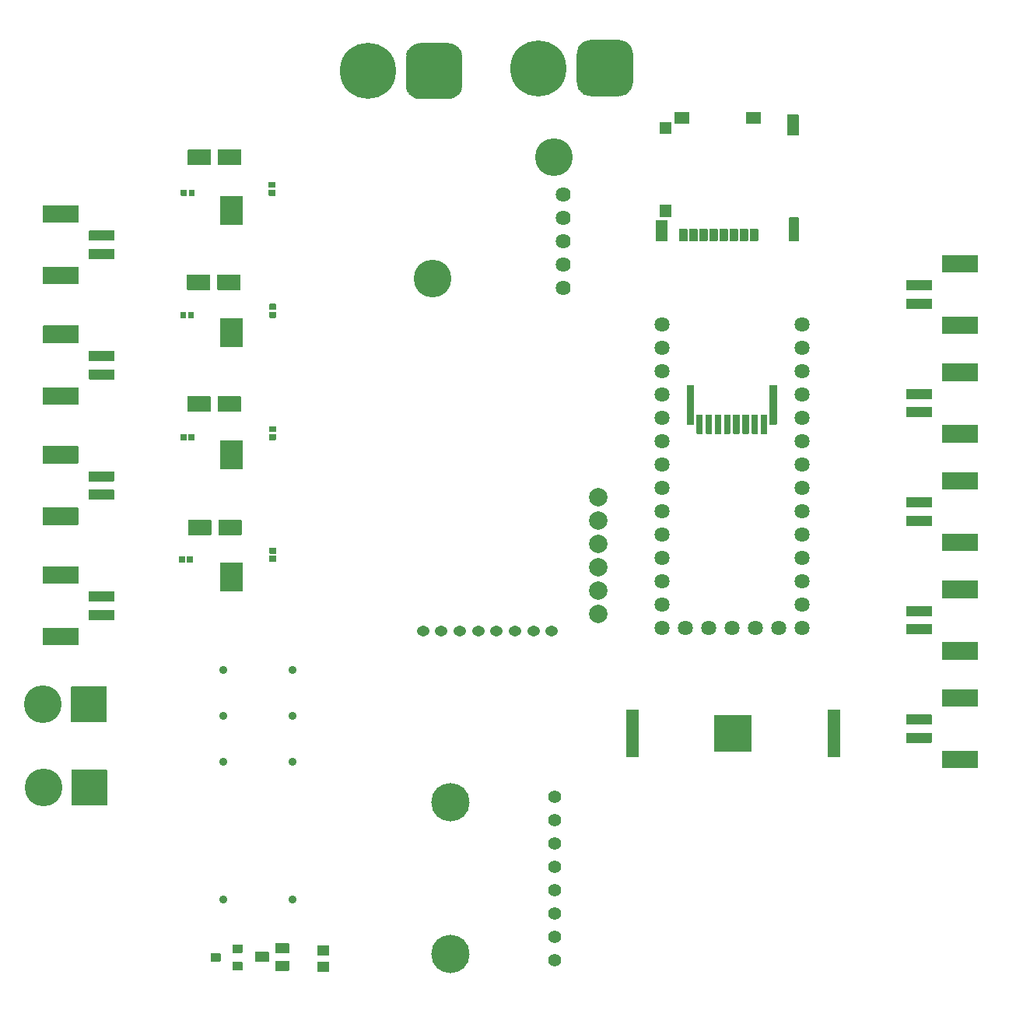
<source format=gbr>
%TF.GenerationSoftware,KiCad,Pcbnew,(5.1.8)-1*%
%TF.CreationDate,2021-01-10T21:03:03-08:00*%
%TF.ProjectId,PJS,504a532e-6b69-4636-9164-5f7063625858,rev?*%
%TF.SameCoordinates,Original*%
%TF.FileFunction,Soldermask,Top*%
%TF.FilePolarity,Negative*%
%FSLAX46Y46*%
G04 Gerber Fmt 4.6, Leading zero omitted, Abs format (unit mm)*
G04 Created by KiCad (PCBNEW (5.1.8)-1) date 2021-01-10 21:03:03*
%MOMM*%
%LPD*%
G01*
G04 APERTURE LIST*
%ADD10C,4.101600*%
%ADD11C,1.625600*%
%ADD12C,1.409600*%
%ADD13C,4.165600*%
%ADD14C,0.901600*%
%ADD15C,6.101600*%
%ADD16O,1.371600X1.101600*%
%ADD17C,2.001600*%
%ADD18C,1.631600*%
%ADD19C,0.100000*%
G04 APERTURE END LIST*
D10*
%TO.C,VR1*%
X124146500Y-73084499D03*
X137346500Y-59884499D03*
D11*
X138366500Y-63944499D03*
X138366500Y-66484499D03*
X138366500Y-69024499D03*
X138366500Y-71564499D03*
X138376500Y-74114499D03*
%TD*%
D12*
%TO.C,A5*%
X137414000Y-142112999D03*
X137414000Y-137032999D03*
X137414000Y-144652999D03*
D13*
X126111000Y-130047999D03*
D12*
X137414000Y-139572999D03*
X137414000Y-147192999D03*
X137414000Y-134492999D03*
X137414000Y-129412999D03*
X137414000Y-131952999D03*
D13*
X126111000Y-146557999D03*
%TD*%
%TO.C,D1*%
G36*
G01*
X103401600Y-146439799D02*
X102401600Y-146439799D01*
G75*
G02*
X102350800Y-146388999I0J50800D01*
G01*
X102350800Y-145588999D01*
G75*
G02*
X102401600Y-145538199I50800J0D01*
G01*
X103401600Y-145538199D01*
G75*
G02*
X103452400Y-145588999I0J-50800D01*
G01*
X103452400Y-146388999D01*
G75*
G02*
X103401600Y-146439799I-50800J0D01*
G01*
G37*
G36*
G01*
X103401600Y-148339799D02*
X102401600Y-148339799D01*
G75*
G02*
X102350800Y-148288999I0J50800D01*
G01*
X102350800Y-147488999D01*
G75*
G02*
X102401600Y-147438199I50800J0D01*
G01*
X103401600Y-147438199D01*
G75*
G02*
X103452400Y-147488999I0J-50800D01*
G01*
X103452400Y-148288999D01*
G75*
G02*
X103401600Y-148339799I-50800J0D01*
G01*
G37*
G36*
G01*
X101001600Y-147389799D02*
X100001600Y-147389799D01*
G75*
G02*
X99950800Y-147338999I0J50800D01*
G01*
X99950800Y-146538999D01*
G75*
G02*
X100001600Y-146488199I50800J0D01*
G01*
X101001600Y-146488199D01*
G75*
G02*
X101052400Y-146538999I0J-50800D01*
G01*
X101052400Y-147338999D01*
G75*
G02*
X101001600Y-147389799I-50800J0D01*
G01*
G37*
%TD*%
%TO.C,XM1*%
G36*
G01*
X152070800Y-55000999D02*
X152070800Y-56150999D01*
G75*
G02*
X152020000Y-56201799I-50800J0D01*
G01*
X150520000Y-56201799D01*
G75*
G02*
X150469200Y-56150999I0J50800D01*
G01*
X150469200Y-55000999D01*
G75*
G02*
X150520000Y-54950199I50800J0D01*
G01*
X152020000Y-54950199D01*
G75*
G02*
X152070800Y-55000999I0J-50800D01*
G01*
G37*
G36*
G01*
X159850800Y-55000999D02*
X159850800Y-56150999D01*
G75*
G02*
X159800000Y-56201799I-50800J0D01*
G01*
X158300000Y-56201799D01*
G75*
G02*
X158249200Y-56150999I0J50800D01*
G01*
X158249200Y-55000999D01*
G75*
G02*
X158300000Y-54950199I50800J0D01*
G01*
X159800000Y-54950199D01*
G75*
G02*
X159850800Y-55000999I0J-50800D01*
G01*
G37*
G36*
G01*
X163980800Y-55270999D02*
X163980800Y-57470999D01*
G75*
G02*
X163930000Y-57521799I-50800J0D01*
G01*
X162780000Y-57521799D01*
G75*
G02*
X162729200Y-57470999I0J50800D01*
G01*
X162729200Y-55270999D01*
G75*
G02*
X162780000Y-55220199I50800J0D01*
G01*
X163930000Y-55220199D01*
G75*
G02*
X163980800Y-55270999I0J-50800D01*
G01*
G37*
G36*
G01*
X150100800Y-56100999D02*
X150100800Y-57300999D01*
G75*
G02*
X150050000Y-57351799I-50800J0D01*
G01*
X148890000Y-57351799D01*
G75*
G02*
X148839200Y-57300999I0J50800D01*
G01*
X148839200Y-56100999D01*
G75*
G02*
X148890000Y-56050199I50800J0D01*
G01*
X150050000Y-56050199D01*
G75*
G02*
X150100800Y-56100999I0J-50800D01*
G01*
G37*
G36*
G01*
X150100800Y-65075999D02*
X150100800Y-66325999D01*
G75*
G02*
X150050000Y-66376799I-50800J0D01*
G01*
X148890000Y-66376799D01*
G75*
G02*
X148839200Y-66325999I0J50800D01*
G01*
X148839200Y-65075999D01*
G75*
G02*
X148890000Y-65025199I50800J0D01*
G01*
X150050000Y-65025199D01*
G75*
G02*
X150100800Y-65075999I0J-50800D01*
G01*
G37*
G36*
G01*
X149690800Y-66750999D02*
X149690800Y-68950999D01*
G75*
G02*
X149640000Y-69001799I-50800J0D01*
G01*
X148490000Y-69001799D01*
G75*
G02*
X148439200Y-68950999I0J50800D01*
G01*
X148439200Y-66750999D01*
G75*
G02*
X148490000Y-66700199I50800J0D01*
G01*
X149640000Y-66700199D01*
G75*
G02*
X149690800Y-66750999I0J-50800D01*
G01*
G37*
G36*
G01*
X163980800Y-66450999D02*
X163980800Y-68950999D01*
G75*
G02*
X163930000Y-69001799I-50800J0D01*
G01*
X162980000Y-69001799D01*
G75*
G02*
X162929200Y-68950999I0J50800D01*
G01*
X162929200Y-66450999D01*
G75*
G02*
X162980000Y-66400199I50800J0D01*
G01*
X163930000Y-66400199D01*
G75*
G02*
X163980800Y-66450999I0J-50800D01*
G01*
G37*
G36*
G01*
X151860800Y-67710999D02*
X151860800Y-68950999D01*
G75*
G02*
X151810000Y-69001799I-50800J0D01*
G01*
X151010000Y-69001799D01*
G75*
G02*
X150959200Y-68950999I0J50800D01*
G01*
X150959200Y-67710999D01*
G75*
G02*
X151010000Y-67660199I50800J0D01*
G01*
X151810000Y-67660199D01*
G75*
G02*
X151860800Y-67710999I0J-50800D01*
G01*
G37*
G36*
G01*
X152960800Y-67710999D02*
X152960800Y-68950999D01*
G75*
G02*
X152910000Y-69001799I-50800J0D01*
G01*
X152110000Y-69001799D01*
G75*
G02*
X152059200Y-68950999I0J50800D01*
G01*
X152059200Y-67710999D01*
G75*
G02*
X152110000Y-67660199I50800J0D01*
G01*
X152910000Y-67660199D01*
G75*
G02*
X152960800Y-67710999I0J-50800D01*
G01*
G37*
G36*
G01*
X154060800Y-67710999D02*
X154060800Y-68950999D01*
G75*
G02*
X154010000Y-69001799I-50800J0D01*
G01*
X153210000Y-69001799D01*
G75*
G02*
X153159200Y-68950999I0J50800D01*
G01*
X153159200Y-67710999D01*
G75*
G02*
X153210000Y-67660199I50800J0D01*
G01*
X154010000Y-67660199D01*
G75*
G02*
X154060800Y-67710999I0J-50800D01*
G01*
G37*
G36*
G01*
X155160800Y-67710999D02*
X155160800Y-68950999D01*
G75*
G02*
X155110000Y-69001799I-50800J0D01*
G01*
X154310000Y-69001799D01*
G75*
G02*
X154259200Y-68950999I0J50800D01*
G01*
X154259200Y-67710999D01*
G75*
G02*
X154310000Y-67660199I50800J0D01*
G01*
X155110000Y-67660199D01*
G75*
G02*
X155160800Y-67710999I0J-50800D01*
G01*
G37*
G36*
G01*
X156260800Y-67710999D02*
X156260800Y-68950999D01*
G75*
G02*
X156210000Y-69001799I-50800J0D01*
G01*
X155410000Y-69001799D01*
G75*
G02*
X155359200Y-68950999I0J50800D01*
G01*
X155359200Y-67710999D01*
G75*
G02*
X155410000Y-67660199I50800J0D01*
G01*
X156210000Y-67660199D01*
G75*
G02*
X156260800Y-67710999I0J-50800D01*
G01*
G37*
G36*
G01*
X157360800Y-67710999D02*
X157360800Y-68950999D01*
G75*
G02*
X157310000Y-69001799I-50800J0D01*
G01*
X156510000Y-69001799D01*
G75*
G02*
X156459200Y-68950999I0J50800D01*
G01*
X156459200Y-67710999D01*
G75*
G02*
X156510000Y-67660199I50800J0D01*
G01*
X157310000Y-67660199D01*
G75*
G02*
X157360800Y-67710999I0J-50800D01*
G01*
G37*
G36*
G01*
X158460800Y-67710999D02*
X158460800Y-68950999D01*
G75*
G02*
X158410000Y-69001799I-50800J0D01*
G01*
X157610000Y-69001799D01*
G75*
G02*
X157559200Y-68950999I0J50800D01*
G01*
X157559200Y-67710999D01*
G75*
G02*
X157610000Y-67660199I50800J0D01*
G01*
X158410000Y-67660199D01*
G75*
G02*
X158460800Y-67710999I0J-50800D01*
G01*
G37*
G36*
G01*
X159560800Y-67710999D02*
X159560800Y-68950999D01*
G75*
G02*
X159510000Y-69001799I-50800J0D01*
G01*
X158710000Y-69001799D01*
G75*
G02*
X158659200Y-68950999I0J50800D01*
G01*
X158659200Y-67710999D01*
G75*
G02*
X158710000Y-67660199I50800J0D01*
G01*
X159510000Y-67660199D01*
G75*
G02*
X159560800Y-67710999I0J-50800D01*
G01*
G37*
%TD*%
D14*
%TO.C,K1*%
X101342500Y-115642999D03*
X101342500Y-120642999D03*
X101342500Y-125642999D03*
X101342500Y-140642999D03*
X108842500Y-115642999D03*
X108842500Y-120642999D03*
X108842500Y-125642999D03*
X108842500Y-140642999D03*
%TD*%
%TO.C,X3*%
G36*
G01*
X145925800Y-48639599D02*
X145925800Y-51690399D01*
G75*
G02*
X144400400Y-53215799I-1525400J0D01*
G01*
X141349600Y-53215799D01*
G75*
G02*
X139824200Y-51690399I0J1525400D01*
G01*
X139824200Y-48639599D01*
G75*
G02*
X141349600Y-47114199I1525400J0D01*
G01*
X144400400Y-47114199D01*
G75*
G02*
X145925800Y-48639599I0J-1525400D01*
G01*
G37*
D15*
X135675000Y-50164999D03*
%TD*%
%TO.C,C3*%
G36*
G01*
X99952800Y-85943999D02*
X99952800Y-87523999D01*
G75*
G02*
X99902000Y-87574799I-50800J0D01*
G01*
X97482000Y-87574799D01*
G75*
G02*
X97431200Y-87523999I0J50800D01*
G01*
X97431200Y-85943999D01*
G75*
G02*
X97482000Y-85893199I50800J0D01*
G01*
X99902000Y-85893199D01*
G75*
G02*
X99952800Y-85943999I0J-50800D01*
G01*
G37*
G36*
G01*
X103252800Y-85943999D02*
X103252800Y-87523999D01*
G75*
G02*
X103202000Y-87574799I-50800J0D01*
G01*
X100782000Y-87574799D01*
G75*
G02*
X100731200Y-87523999I0J50800D01*
G01*
X100731200Y-85943999D01*
G75*
G02*
X100782000Y-85893199I50800J0D01*
G01*
X103202000Y-85893199D01*
G75*
G02*
X103252800Y-85943999I0J-50800D01*
G01*
G37*
%TD*%
%TO.C,A1*%
G36*
G01*
X103485800Y-64108999D02*
X103485800Y-67208999D01*
G75*
G02*
X103435000Y-67259799I-50800J0D01*
G01*
X101035000Y-67259799D01*
G75*
G02*
X100984200Y-67208999I0J50800D01*
G01*
X100984200Y-64108999D01*
G75*
G02*
X101035000Y-64058199I50800J0D01*
G01*
X103435000Y-64058199D01*
G75*
G02*
X103485800Y-64108999I0J-50800D01*
G01*
G37*
%TD*%
%TO.C,A2*%
G36*
G01*
X103485800Y-77401665D02*
X103485800Y-80501665D01*
G75*
G02*
X103435000Y-80552465I-50800J0D01*
G01*
X101035000Y-80552465D01*
G75*
G02*
X100984200Y-80501665I0J50800D01*
G01*
X100984200Y-77401665D01*
G75*
G02*
X101035000Y-77350865I50800J0D01*
G01*
X103435000Y-77350865D01*
G75*
G02*
X103485800Y-77401665I0J-50800D01*
G01*
G37*
%TD*%
%TO.C,A3*%
G36*
G01*
X103485800Y-90694331D02*
X103485800Y-93794331D01*
G75*
G02*
X103435000Y-93845131I-50800J0D01*
G01*
X101035000Y-93845131D01*
G75*
G02*
X100984200Y-93794331I0J50800D01*
G01*
X100984200Y-90694331D01*
G75*
G02*
X101035000Y-90643531I50800J0D01*
G01*
X103435000Y-90643531D01*
G75*
G02*
X103485800Y-90694331I0J-50800D01*
G01*
G37*
%TD*%
%TO.C,A4*%
G36*
G01*
X103485800Y-103986999D02*
X103485800Y-107086999D01*
G75*
G02*
X103435000Y-107137799I-50800J0D01*
G01*
X101035000Y-107137799D01*
G75*
G02*
X100984200Y-107086999I0J50800D01*
G01*
X100984200Y-103986999D01*
G75*
G02*
X101035000Y-103936199I50800J0D01*
G01*
X103435000Y-103936199D01*
G75*
G02*
X103485800Y-103986999I0J-50800D01*
G01*
G37*
%TD*%
D16*
%TO.C,A6*%
X125092600Y-111454999D03*
X129092600Y-111454999D03*
D17*
X142122600Y-96844999D03*
X142122600Y-104464999D03*
D16*
X135092600Y-111454999D03*
X137092600Y-111454999D03*
X133092600Y-111454999D03*
D17*
X142122600Y-107004999D03*
X142122600Y-99384999D03*
X142122600Y-101924999D03*
X142122600Y-109544999D03*
D16*
X123092600Y-111454999D03*
X127092600Y-111454999D03*
X131092600Y-111454999D03*
%TD*%
D10*
%TO.C,X2*%
X81715000Y-119414999D03*
G36*
G01*
X88665800Y-117514999D02*
X88665800Y-121314999D01*
G75*
G02*
X88615000Y-121365799I-50800J0D01*
G01*
X84815000Y-121365799D01*
G75*
G02*
X84764200Y-121314999I0J50800D01*
G01*
X84764200Y-117514999D01*
G75*
G02*
X84815000Y-117464199I50800J0D01*
G01*
X88615000Y-117464199D01*
G75*
G02*
X88665800Y-117514999I0J-50800D01*
G01*
G37*
%TD*%
%TO.C,X1*%
X81765000Y-128464999D03*
G36*
G01*
X88715800Y-126564999D02*
X88715800Y-130364999D01*
G75*
G02*
X88665000Y-130415799I-50800J0D01*
G01*
X84865000Y-130415799D01*
G75*
G02*
X84814200Y-130364999I0J50800D01*
G01*
X84814200Y-126564999D01*
G75*
G02*
X84865000Y-126514199I50800J0D01*
G01*
X88665000Y-126514199D01*
G75*
G02*
X88715800Y-126564999I0J-50800D01*
G01*
G37*
%TD*%
%TO.C,X4*%
G36*
G01*
X127358400Y-48969799D02*
X127358400Y-52020599D01*
G75*
G02*
X125833000Y-53545999I-1525400J0D01*
G01*
X122782200Y-53545999D01*
G75*
G02*
X121256800Y-52020599I0J1525400D01*
G01*
X121256800Y-48969799D01*
G75*
G02*
X122782200Y-47444399I1525400J0D01*
G01*
X125833000Y-47444399D01*
G75*
G02*
X127358400Y-48969799I0J-1525400D01*
G01*
G37*
D15*
X117107600Y-50495199D03*
%TD*%
%TO.C,R5*%
G36*
G01*
X112842599Y-148472397D02*
X111642601Y-148472397D01*
G75*
G02*
X111591801Y-148421597I0J50800D01*
G01*
X111591801Y-147415999D01*
G75*
G02*
X111642601Y-147365199I50800J0D01*
G01*
X112842599Y-147365199D01*
G75*
G02*
X112893399Y-147415999I0J-50800D01*
G01*
X112893399Y-148421597D01*
G75*
G02*
X112842599Y-148472397I-50800J0D01*
G01*
G37*
G36*
G01*
X112842599Y-146766799D02*
X111642601Y-146766799D01*
G75*
G02*
X111591801Y-146715999I0J50800D01*
G01*
X111591801Y-145710401D01*
G75*
G02*
X111642601Y-145659601I50800J0D01*
G01*
X112842599Y-145659601D01*
G75*
G02*
X112893399Y-145710401I0J-50800D01*
G01*
X112893399Y-146715999D01*
G75*
G02*
X112842599Y-146766799I-50800J0D01*
G01*
G37*
%TD*%
%TO.C,BT1*%
G36*
G01*
X168515800Y-120014999D02*
X168515800Y-125094999D01*
G75*
G02*
X168465000Y-125145799I-50800J0D01*
G01*
X167195000Y-125145799D01*
G75*
G02*
X167144200Y-125094999I0J50800D01*
G01*
X167144200Y-120014999D01*
G75*
G02*
X167195000Y-119964199I50800J0D01*
G01*
X168465000Y-119964199D01*
G75*
G02*
X168515800Y-120014999I0J-50800D01*
G01*
G37*
G36*
G01*
X146545800Y-120014999D02*
X146545800Y-125094999D01*
G75*
G02*
X146495000Y-125145799I-50800J0D01*
G01*
X145225000Y-125145799D01*
G75*
G02*
X145174200Y-125094999I0J50800D01*
G01*
X145174200Y-120014999D01*
G75*
G02*
X145225000Y-119964199I50800J0D01*
G01*
X146495000Y-119964199D01*
G75*
G02*
X146545800Y-120014999I0J-50800D01*
G01*
G37*
G36*
G01*
X158875800Y-120574999D02*
X158875800Y-124534999D01*
G75*
G02*
X158825000Y-124585799I-50800J0D01*
G01*
X154865000Y-124585799D01*
G75*
G02*
X154814200Y-124534999I0J50800D01*
G01*
X154814200Y-120574999D01*
G75*
G02*
X154865000Y-120524199I50800J0D01*
G01*
X158825000Y-120524199D01*
G75*
G02*
X158875800Y-120574999I0J-50800D01*
G01*
G37*
%TD*%
D18*
%TO.C,U2*%
X161772600Y-111048799D03*
X159232600Y-111048799D03*
X156692600Y-111048799D03*
X154152600Y-111048799D03*
X151612600Y-111048799D03*
X164312600Y-78028799D03*
X164312600Y-80568799D03*
X164312600Y-83108799D03*
X164312600Y-85648799D03*
X164312600Y-88188799D03*
X164312600Y-90728799D03*
X164312600Y-93268799D03*
X164312600Y-95808799D03*
X164312600Y-98348799D03*
X164312600Y-100888799D03*
X164312600Y-103428799D03*
X164312600Y-105968799D03*
X164312600Y-108508799D03*
X164312600Y-111048799D03*
X149072600Y-78028799D03*
X149072600Y-80568799D03*
X149072600Y-83108799D03*
X149072600Y-85648799D03*
X149072600Y-88188799D03*
X149072600Y-90728799D03*
X149072600Y-93268799D03*
X149072600Y-95808799D03*
X149072600Y-98348799D03*
X149072600Y-100888799D03*
X149072600Y-103428799D03*
X149072600Y-105968799D03*
X149072600Y-108508799D03*
X149072600Y-111048799D03*
%TD*%
%TO.C,Q1*%
G36*
G01*
X108454600Y-146488999D02*
X107054600Y-146488999D01*
G75*
G02*
X107003800Y-146438199I0J50800D01*
G01*
X107003800Y-145438199D01*
G75*
G02*
X107054600Y-145387399I50800J0D01*
G01*
X108454600Y-145387399D01*
G75*
G02*
X108505400Y-145438199I0J-50800D01*
G01*
X108505400Y-146438199D01*
G75*
G02*
X108454600Y-146488999I-50800J0D01*
G01*
G37*
G36*
G01*
X108454600Y-148388999D02*
X107054600Y-148388999D01*
G75*
G02*
X107003800Y-148338199I0J50800D01*
G01*
X107003800Y-147338199D01*
G75*
G02*
X107054600Y-147287399I50800J0D01*
G01*
X108454600Y-147287399D01*
G75*
G02*
X108505400Y-147338199I0J-50800D01*
G01*
X108505400Y-148338199D01*
G75*
G02*
X108454600Y-148388999I-50800J0D01*
G01*
G37*
G36*
G01*
X106254600Y-147438999D02*
X104854600Y-147438999D01*
G75*
G02*
X104803800Y-147388199I0J50800D01*
G01*
X104803800Y-146388199D01*
G75*
G02*
X104854600Y-146337399I50800J0D01*
G01*
X106254600Y-146337399D01*
G75*
G02*
X106305400Y-146388199I0J-50800D01*
G01*
X106305400Y-147388199D01*
G75*
G02*
X106254600Y-147438999I-50800J0D01*
G01*
G37*
%TD*%
%TO.C,C1*%
G36*
G01*
X99985800Y-59084999D02*
X99985800Y-60664999D01*
G75*
G02*
X99935000Y-60715799I-50800J0D01*
G01*
X97515000Y-60715799D01*
G75*
G02*
X97464200Y-60664999I0J50800D01*
G01*
X97464200Y-59084999D01*
G75*
G02*
X97515000Y-59034199I50800J0D01*
G01*
X99935000Y-59034199D01*
G75*
G02*
X99985800Y-59084999I0J-50800D01*
G01*
G37*
G36*
G01*
X103285800Y-59084999D02*
X103285800Y-60664999D01*
G75*
G02*
X103235000Y-60715799I-50800J0D01*
G01*
X100815000Y-60715799D01*
G75*
G02*
X100764200Y-60664999I0J50800D01*
G01*
X100764200Y-59084999D01*
G75*
G02*
X100815000Y-59034199I50800J0D01*
G01*
X103235000Y-59034199D01*
G75*
G02*
X103285800Y-59084999I0J-50800D01*
G01*
G37*
%TD*%
%TO.C,C2*%
G36*
G01*
X103217800Y-72668999D02*
X103217800Y-74248999D01*
G75*
G02*
X103167000Y-74299799I-50800J0D01*
G01*
X100747000Y-74299799D01*
G75*
G02*
X100696200Y-74248999I0J50800D01*
G01*
X100696200Y-72668999D01*
G75*
G02*
X100747000Y-72618199I50800J0D01*
G01*
X103167000Y-72618199D01*
G75*
G02*
X103217800Y-72668999I0J-50800D01*
G01*
G37*
G36*
G01*
X99917800Y-72668999D02*
X99917800Y-74248999D01*
G75*
G02*
X99867000Y-74299799I-50800J0D01*
G01*
X97447000Y-74299799D01*
G75*
G02*
X97396200Y-74248999I0J50800D01*
G01*
X97396200Y-72668999D01*
G75*
G02*
X97447000Y-72618199I50800J0D01*
G01*
X99867000Y-72618199D01*
G75*
G02*
X99917800Y-72668999I0J-50800D01*
G01*
G37*
%TD*%
%TO.C,C4*%
G36*
G01*
X103337800Y-99368999D02*
X103337800Y-100948999D01*
G75*
G02*
X103287000Y-100999799I-50800J0D01*
G01*
X100867000Y-100999799D01*
G75*
G02*
X100816200Y-100948999I0J50800D01*
G01*
X100816200Y-99368999D01*
G75*
G02*
X100867000Y-99318199I50800J0D01*
G01*
X103287000Y-99318199D01*
G75*
G02*
X103337800Y-99368999I0J-50800D01*
G01*
G37*
G36*
G01*
X100037800Y-99368999D02*
X100037800Y-100948999D01*
G75*
G02*
X99987000Y-100999799I-50800J0D01*
G01*
X97567000Y-100999799D01*
G75*
G02*
X97516200Y-100948999I0J50800D01*
G01*
X97516200Y-99368999D01*
G75*
G02*
X97567000Y-99318199I50800J0D01*
G01*
X99987000Y-99318199D01*
G75*
G02*
X100037800Y-99368999I0J-50800D01*
G01*
G37*
%TD*%
%TO.C,C5*%
G36*
G01*
X98228800Y-63440499D02*
X98228800Y-64040499D01*
G75*
G02*
X98178000Y-64091299I-50800J0D01*
G01*
X97638000Y-64091299D01*
G75*
G02*
X97587200Y-64040499I0J50800D01*
G01*
X97587200Y-63440499D01*
G75*
G02*
X97638000Y-63389699I50800J0D01*
G01*
X98178000Y-63389699D01*
G75*
G02*
X98228800Y-63440499I0J-50800D01*
G01*
G37*
G36*
G01*
X97368800Y-63440499D02*
X97368800Y-64040499D01*
G75*
G02*
X97318000Y-64091299I-50800J0D01*
G01*
X96778000Y-64091299D01*
G75*
G02*
X96727200Y-64040499I0J50800D01*
G01*
X96727200Y-63440499D01*
G75*
G02*
X96778000Y-63389699I50800J0D01*
G01*
X97318000Y-63389699D01*
G75*
G02*
X97368800Y-63440499I0J-50800D01*
G01*
G37*
%TD*%
%TO.C,C6*%
G36*
G01*
X97301800Y-76773999D02*
X97301800Y-77373999D01*
G75*
G02*
X97251000Y-77424799I-50800J0D01*
G01*
X96711000Y-77424799D01*
G75*
G02*
X96660200Y-77373999I0J50800D01*
G01*
X96660200Y-76773999D01*
G75*
G02*
X96711000Y-76723199I50800J0D01*
G01*
X97251000Y-76723199D01*
G75*
G02*
X97301800Y-76773999I0J-50800D01*
G01*
G37*
G36*
G01*
X98161800Y-76773999D02*
X98161800Y-77373999D01*
G75*
G02*
X98111000Y-77424799I-50800J0D01*
G01*
X97571000Y-77424799D01*
G75*
G02*
X97520200Y-77373999I0J50800D01*
G01*
X97520200Y-76773999D01*
G75*
G02*
X97571000Y-76723199I50800J0D01*
G01*
X98111000Y-76723199D01*
G75*
G02*
X98161800Y-76773999I0J-50800D01*
G01*
G37*
%TD*%
%TO.C,C7*%
G36*
G01*
X97326800Y-90033499D02*
X97326800Y-90633499D01*
G75*
G02*
X97276000Y-90684299I-50800J0D01*
G01*
X96736000Y-90684299D01*
G75*
G02*
X96685200Y-90633499I0J50800D01*
G01*
X96685200Y-90033499D01*
G75*
G02*
X96736000Y-89982699I50800J0D01*
G01*
X97276000Y-89982699D01*
G75*
G02*
X97326800Y-90033499I0J-50800D01*
G01*
G37*
G36*
G01*
X98186800Y-90033499D02*
X98186800Y-90633499D01*
G75*
G02*
X98136000Y-90684299I-50800J0D01*
G01*
X97596000Y-90684299D01*
G75*
G02*
X97545200Y-90633499I0J50800D01*
G01*
X97545200Y-90033499D01*
G75*
G02*
X97596000Y-89982699I50800J0D01*
G01*
X98136000Y-89982699D01*
G75*
G02*
X98186800Y-90033499I0J-50800D01*
G01*
G37*
%TD*%
%TO.C,C8*%
G36*
G01*
X98031800Y-103338999D02*
X98031800Y-103938999D01*
G75*
G02*
X97981000Y-103989799I-50800J0D01*
G01*
X97441000Y-103989799D01*
G75*
G02*
X97390200Y-103938999I0J50800D01*
G01*
X97390200Y-103338999D01*
G75*
G02*
X97441000Y-103288199I50800J0D01*
G01*
X97981000Y-103288199D01*
G75*
G02*
X98031800Y-103338999I0J-50800D01*
G01*
G37*
G36*
G01*
X97171800Y-103338999D02*
X97171800Y-103938999D01*
G75*
G02*
X97121000Y-103989799I-50800J0D01*
G01*
X96581000Y-103989799D01*
G75*
G02*
X96530200Y-103938999I0J50800D01*
G01*
X96530200Y-103338999D01*
G75*
G02*
X96581000Y-103288199I50800J0D01*
G01*
X97121000Y-103288199D01*
G75*
G02*
X97171800Y-103338999I0J-50800D01*
G01*
G37*
%TD*%
%TO.C,J1*%
G36*
G01*
X152593400Y-84711499D02*
X152593400Y-88911499D01*
G75*
G02*
X152542601Y-88962298I-50799J0D01*
G01*
X151842599Y-88962298D01*
G75*
G02*
X151791800Y-88911499I0J50799D01*
G01*
X151791800Y-84711499D01*
G75*
G02*
X151842599Y-84660700I50799J0D01*
G01*
X152542601Y-84660700D01*
G75*
G02*
X152593400Y-84711499I0J-50799D01*
G01*
G37*
G36*
G01*
X153543400Y-87911499D02*
X153543400Y-89911499D01*
G75*
G02*
X153492600Y-89962299I-50800J0D01*
G01*
X152892600Y-89962299D01*
G75*
G02*
X152841800Y-89911499I0J50800D01*
G01*
X152841800Y-87911499D01*
G75*
G02*
X152892600Y-87860699I50800J0D01*
G01*
X153492600Y-87860699D01*
G75*
G02*
X153543400Y-87911499I0J-50800D01*
G01*
G37*
G36*
G01*
X154543400Y-87911499D02*
X154543400Y-89911499D01*
G75*
G02*
X154492600Y-89962299I-50800J0D01*
G01*
X153892600Y-89962299D01*
G75*
G02*
X153841800Y-89911499I0J50800D01*
G01*
X153841800Y-87911499D01*
G75*
G02*
X153892600Y-87860699I50800J0D01*
G01*
X154492600Y-87860699D01*
G75*
G02*
X154543400Y-87911499I0J-50800D01*
G01*
G37*
G36*
G01*
X155543400Y-87911499D02*
X155543400Y-89911499D01*
G75*
G02*
X155492600Y-89962299I-50800J0D01*
G01*
X154892600Y-89962299D01*
G75*
G02*
X154841800Y-89911499I0J50800D01*
G01*
X154841800Y-87911499D01*
G75*
G02*
X154892600Y-87860699I50800J0D01*
G01*
X155492600Y-87860699D01*
G75*
G02*
X155543400Y-87911499I0J-50800D01*
G01*
G37*
G36*
G01*
X156543400Y-87911499D02*
X156543400Y-89911499D01*
G75*
G02*
X156492600Y-89962299I-50800J0D01*
G01*
X155892600Y-89962299D01*
G75*
G02*
X155841800Y-89911499I0J50800D01*
G01*
X155841800Y-87911499D01*
G75*
G02*
X155892600Y-87860699I50800J0D01*
G01*
X156492600Y-87860699D01*
G75*
G02*
X156543400Y-87911499I0J-50800D01*
G01*
G37*
G36*
G01*
X158543400Y-87911499D02*
X158543400Y-89911499D01*
G75*
G02*
X158492600Y-89962299I-50800J0D01*
G01*
X157892600Y-89962299D01*
G75*
G02*
X157841800Y-89911499I0J50800D01*
G01*
X157841800Y-87911499D01*
G75*
G02*
X157892600Y-87860699I50800J0D01*
G01*
X158492600Y-87860699D01*
G75*
G02*
X158543400Y-87911499I0J-50800D01*
G01*
G37*
G36*
G01*
X157543400Y-87911499D02*
X157543400Y-89911499D01*
G75*
G02*
X157492600Y-89962299I-50800J0D01*
G01*
X156892600Y-89962299D01*
G75*
G02*
X156841800Y-89911499I0J50800D01*
G01*
X156841800Y-87911499D01*
G75*
G02*
X156892600Y-87860699I50800J0D01*
G01*
X157492600Y-87860699D01*
G75*
G02*
X157543400Y-87911499I0J-50800D01*
G01*
G37*
G36*
G01*
X160543400Y-87911499D02*
X160543400Y-89911499D01*
G75*
G02*
X160492600Y-89962299I-50800J0D01*
G01*
X159892600Y-89962299D01*
G75*
G02*
X159841800Y-89911499I0J50800D01*
G01*
X159841800Y-87911499D01*
G75*
G02*
X159892600Y-87860699I50800J0D01*
G01*
X160492600Y-87860699D01*
G75*
G02*
X160543400Y-87911499I0J-50800D01*
G01*
G37*
G36*
G01*
X159543400Y-87911499D02*
X159543400Y-89911499D01*
G75*
G02*
X159492600Y-89962299I-50800J0D01*
G01*
X158892600Y-89962299D01*
G75*
G02*
X158841800Y-89911499I0J50800D01*
G01*
X158841800Y-87911499D01*
G75*
G02*
X158892600Y-87860699I50800J0D01*
G01*
X159492600Y-87860699D01*
G75*
G02*
X159543400Y-87911499I0J-50800D01*
G01*
G37*
G36*
G01*
X161593400Y-84711499D02*
X161593400Y-88911499D01*
G75*
G02*
X161542601Y-88962298I-50799J0D01*
G01*
X160842599Y-88962298D01*
G75*
G02*
X160791800Y-88911499I0J50799D01*
G01*
X160791800Y-84711499D01*
G75*
G02*
X160842599Y-84660700I50799J0D01*
G01*
X161542601Y-84660700D01*
G75*
G02*
X161593400Y-84711499I0J-50799D01*
G01*
G37*
%TD*%
%TO.C,J2*%
G36*
G01*
X89463000Y-68945799D02*
X86763000Y-68945799D01*
G75*
G02*
X86712200Y-68894999I0J50800D01*
G01*
X86712200Y-67894999D01*
G75*
G02*
X86763000Y-67844199I50800J0D01*
G01*
X89463000Y-67844199D01*
G75*
G02*
X89513800Y-67894999I0J-50800D01*
G01*
X89513800Y-68894999D01*
G75*
G02*
X89463000Y-68945799I-50800J0D01*
G01*
G37*
G36*
G01*
X89463000Y-70945799D02*
X86763000Y-70945799D01*
G75*
G02*
X86712200Y-70894999I0J50800D01*
G01*
X86712200Y-69894999D01*
G75*
G02*
X86763000Y-69844199I50800J0D01*
G01*
X89463000Y-69844199D01*
G75*
G02*
X89513800Y-69894999I0J-50800D01*
G01*
X89513800Y-70894999D01*
G75*
G02*
X89463000Y-70945799I-50800J0D01*
G01*
G37*
G36*
G01*
X85563000Y-73695799D02*
X81763000Y-73695799D01*
G75*
G02*
X81712200Y-73644999I0J50800D01*
G01*
X81712200Y-71844999D01*
G75*
G02*
X81763000Y-71794199I50800J0D01*
G01*
X85563000Y-71794199D01*
G75*
G02*
X85613800Y-71844999I0J-50800D01*
G01*
X85613800Y-73644999D01*
G75*
G02*
X85563000Y-73695799I-50800J0D01*
G01*
G37*
G36*
G01*
X85563000Y-66995799D02*
X81763000Y-66995799D01*
G75*
G02*
X81712200Y-66944999I0J50800D01*
G01*
X81712200Y-65144999D01*
G75*
G02*
X81763000Y-65094199I50800J0D01*
G01*
X85563000Y-65094199D01*
G75*
G02*
X85613800Y-65144999I0J-50800D01*
G01*
X85613800Y-66944999D01*
G75*
G02*
X85563000Y-66995799I-50800J0D01*
G01*
G37*
%TD*%
%TO.C,J3*%
G36*
G01*
X85563000Y-80089132D02*
X81763000Y-80089132D01*
G75*
G02*
X81712200Y-80038332I0J50800D01*
G01*
X81712200Y-78238332D01*
G75*
G02*
X81763000Y-78187532I50800J0D01*
G01*
X85563000Y-78187532D01*
G75*
G02*
X85613800Y-78238332I0J-50800D01*
G01*
X85613800Y-80038332D01*
G75*
G02*
X85563000Y-80089132I-50800J0D01*
G01*
G37*
G36*
G01*
X85563000Y-86789132D02*
X81763000Y-86789132D01*
G75*
G02*
X81712200Y-86738332I0J50800D01*
G01*
X81712200Y-84938332D01*
G75*
G02*
X81763000Y-84887532I50800J0D01*
G01*
X85563000Y-84887532D01*
G75*
G02*
X85613800Y-84938332I0J-50800D01*
G01*
X85613800Y-86738332D01*
G75*
G02*
X85563000Y-86789132I-50800J0D01*
G01*
G37*
G36*
G01*
X89463000Y-84039132D02*
X86763000Y-84039132D01*
G75*
G02*
X86712200Y-83988332I0J50800D01*
G01*
X86712200Y-82988332D01*
G75*
G02*
X86763000Y-82937532I50800J0D01*
G01*
X89463000Y-82937532D01*
G75*
G02*
X89513800Y-82988332I0J-50800D01*
G01*
X89513800Y-83988332D01*
G75*
G02*
X89463000Y-84039132I-50800J0D01*
G01*
G37*
G36*
G01*
X89463000Y-82039132D02*
X86763000Y-82039132D01*
G75*
G02*
X86712200Y-81988332I0J50800D01*
G01*
X86712200Y-80988332D01*
G75*
G02*
X86763000Y-80937532I50800J0D01*
G01*
X89463000Y-80937532D01*
G75*
G02*
X89513800Y-80988332I0J-50800D01*
G01*
X89513800Y-81988332D01*
G75*
G02*
X89463000Y-82039132I-50800J0D01*
G01*
G37*
%TD*%
%TO.C,J4*%
G36*
G01*
X85525000Y-93182465D02*
X81725000Y-93182465D01*
G75*
G02*
X81674200Y-93131665I0J50800D01*
G01*
X81674200Y-91331665D01*
G75*
G02*
X81725000Y-91280865I50800J0D01*
G01*
X85525000Y-91280865D01*
G75*
G02*
X85575800Y-91331665I0J-50800D01*
G01*
X85575800Y-93131665D01*
G75*
G02*
X85525000Y-93182465I-50800J0D01*
G01*
G37*
G36*
G01*
X85525000Y-99882465D02*
X81725000Y-99882465D01*
G75*
G02*
X81674200Y-99831665I0J50800D01*
G01*
X81674200Y-98031665D01*
G75*
G02*
X81725000Y-97980865I50800J0D01*
G01*
X85525000Y-97980865D01*
G75*
G02*
X85575800Y-98031665I0J-50800D01*
G01*
X85575800Y-99831665D01*
G75*
G02*
X85525000Y-99882465I-50800J0D01*
G01*
G37*
G36*
G01*
X89425000Y-97132465D02*
X86725000Y-97132465D01*
G75*
G02*
X86674200Y-97081665I0J50800D01*
G01*
X86674200Y-96081665D01*
G75*
G02*
X86725000Y-96030865I50800J0D01*
G01*
X89425000Y-96030865D01*
G75*
G02*
X89475800Y-96081665I0J-50800D01*
G01*
X89475800Y-97081665D01*
G75*
G02*
X89425000Y-97132465I-50800J0D01*
G01*
G37*
G36*
G01*
X89425000Y-95132465D02*
X86725000Y-95132465D01*
G75*
G02*
X86674200Y-95081665I0J50800D01*
G01*
X86674200Y-94081665D01*
G75*
G02*
X86725000Y-94030865I50800J0D01*
G01*
X89425000Y-94030865D01*
G75*
G02*
X89475800Y-94081665I0J-50800D01*
G01*
X89475800Y-95081665D01*
G75*
G02*
X89425000Y-95132465I-50800J0D01*
G01*
G37*
%TD*%
%TO.C,J5*%
G36*
G01*
X89435000Y-108225799D02*
X86735000Y-108225799D01*
G75*
G02*
X86684200Y-108174999I0J50800D01*
G01*
X86684200Y-107174999D01*
G75*
G02*
X86735000Y-107124199I50800J0D01*
G01*
X89435000Y-107124199D01*
G75*
G02*
X89485800Y-107174999I0J-50800D01*
G01*
X89485800Y-108174999D01*
G75*
G02*
X89435000Y-108225799I-50800J0D01*
G01*
G37*
G36*
G01*
X89435000Y-110225799D02*
X86735000Y-110225799D01*
G75*
G02*
X86684200Y-110174999I0J50800D01*
G01*
X86684200Y-109174999D01*
G75*
G02*
X86735000Y-109124199I50800J0D01*
G01*
X89435000Y-109124199D01*
G75*
G02*
X89485800Y-109174999I0J-50800D01*
G01*
X89485800Y-110174999D01*
G75*
G02*
X89435000Y-110225799I-50800J0D01*
G01*
G37*
G36*
G01*
X85535000Y-112975799D02*
X81735000Y-112975799D01*
G75*
G02*
X81684200Y-112924999I0J50800D01*
G01*
X81684200Y-111124999D01*
G75*
G02*
X81735000Y-111074199I50800J0D01*
G01*
X85535000Y-111074199D01*
G75*
G02*
X85585800Y-111124999I0J-50800D01*
G01*
X85585800Y-112924999D01*
G75*
G02*
X85535000Y-112975799I-50800J0D01*
G01*
G37*
G36*
G01*
X85535000Y-106275799D02*
X81735000Y-106275799D01*
G75*
G02*
X81684200Y-106224999I0J50800D01*
G01*
X81684200Y-104424999D01*
G75*
G02*
X81735000Y-104374199I50800J0D01*
G01*
X85535000Y-104374199D01*
G75*
G02*
X85585800Y-104424999I0J-50800D01*
G01*
X85585800Y-106224999D01*
G75*
G02*
X85535000Y-106275799I-50800J0D01*
G01*
G37*
%TD*%
%TO.C,J6*%
G36*
G01*
X179599600Y-124446199D02*
X183399600Y-124446199D01*
G75*
G02*
X183450400Y-124496999I0J-50800D01*
G01*
X183450400Y-126296999D01*
G75*
G02*
X183399600Y-126347799I-50800J0D01*
G01*
X179599600Y-126347799D01*
G75*
G02*
X179548800Y-126296999I0J50800D01*
G01*
X179548800Y-124496999D01*
G75*
G02*
X179599600Y-124446199I50800J0D01*
G01*
G37*
G36*
G01*
X179599600Y-117746199D02*
X183399600Y-117746199D01*
G75*
G02*
X183450400Y-117796999I0J-50800D01*
G01*
X183450400Y-119596999D01*
G75*
G02*
X183399600Y-119647799I-50800J0D01*
G01*
X179599600Y-119647799D01*
G75*
G02*
X179548800Y-119596999I0J50800D01*
G01*
X179548800Y-117796999D01*
G75*
G02*
X179599600Y-117746199I50800J0D01*
G01*
G37*
G36*
G01*
X175699600Y-120496199D02*
X178399600Y-120496199D01*
G75*
G02*
X178450400Y-120546999I0J-50800D01*
G01*
X178450400Y-121546999D01*
G75*
G02*
X178399600Y-121597799I-50800J0D01*
G01*
X175699600Y-121597799D01*
G75*
G02*
X175648800Y-121546999I0J50800D01*
G01*
X175648800Y-120546999D01*
G75*
G02*
X175699600Y-120496199I50800J0D01*
G01*
G37*
G36*
G01*
X175699600Y-122496199D02*
X178399600Y-122496199D01*
G75*
G02*
X178450400Y-122546999I0J-50800D01*
G01*
X178450400Y-123546999D01*
G75*
G02*
X178399600Y-123597799I-50800J0D01*
G01*
X175699600Y-123597799D01*
G75*
G02*
X175648800Y-123546999I0J50800D01*
G01*
X175648800Y-122546999D01*
G75*
G02*
X175699600Y-122496199I50800J0D01*
G01*
G37*
%TD*%
%TO.C,J7*%
G36*
G01*
X179625000Y-112635199D02*
X183425000Y-112635199D01*
G75*
G02*
X183475800Y-112685999I0J-50800D01*
G01*
X183475800Y-114485999D01*
G75*
G02*
X183425000Y-114536799I-50800J0D01*
G01*
X179625000Y-114536799D01*
G75*
G02*
X179574200Y-114485999I0J50800D01*
G01*
X179574200Y-112685999D01*
G75*
G02*
X179625000Y-112635199I50800J0D01*
G01*
G37*
G36*
G01*
X179625000Y-105935199D02*
X183425000Y-105935199D01*
G75*
G02*
X183475800Y-105985999I0J-50800D01*
G01*
X183475800Y-107785999D01*
G75*
G02*
X183425000Y-107836799I-50800J0D01*
G01*
X179625000Y-107836799D01*
G75*
G02*
X179574200Y-107785999I0J50800D01*
G01*
X179574200Y-105985999D01*
G75*
G02*
X179625000Y-105935199I50800J0D01*
G01*
G37*
G36*
G01*
X175725000Y-108685199D02*
X178425000Y-108685199D01*
G75*
G02*
X178475800Y-108735999I0J-50800D01*
G01*
X178475800Y-109735999D01*
G75*
G02*
X178425000Y-109786799I-50800J0D01*
G01*
X175725000Y-109786799D01*
G75*
G02*
X175674200Y-109735999I0J50800D01*
G01*
X175674200Y-108735999D01*
G75*
G02*
X175725000Y-108685199I50800J0D01*
G01*
G37*
G36*
G01*
X175725000Y-110685199D02*
X178425000Y-110685199D01*
G75*
G02*
X178475800Y-110735999I0J-50800D01*
G01*
X178475800Y-111735999D01*
G75*
G02*
X178425000Y-111786799I-50800J0D01*
G01*
X175725000Y-111786799D01*
G75*
G02*
X175674200Y-111735999I0J50800D01*
G01*
X175674200Y-110735999D01*
G75*
G02*
X175725000Y-110685199I50800J0D01*
G01*
G37*
%TD*%
%TO.C,J8*%
G36*
G01*
X175725000Y-98874199D02*
X178425000Y-98874199D01*
G75*
G02*
X178475800Y-98924999I0J-50800D01*
G01*
X178475800Y-99924999D01*
G75*
G02*
X178425000Y-99975799I-50800J0D01*
G01*
X175725000Y-99975799D01*
G75*
G02*
X175674200Y-99924999I0J50800D01*
G01*
X175674200Y-98924999D01*
G75*
G02*
X175725000Y-98874199I50800J0D01*
G01*
G37*
G36*
G01*
X175725000Y-96874199D02*
X178425000Y-96874199D01*
G75*
G02*
X178475800Y-96924999I0J-50800D01*
G01*
X178475800Y-97924999D01*
G75*
G02*
X178425000Y-97975799I-50800J0D01*
G01*
X175725000Y-97975799D01*
G75*
G02*
X175674200Y-97924999I0J50800D01*
G01*
X175674200Y-96924999D01*
G75*
G02*
X175725000Y-96874199I50800J0D01*
G01*
G37*
G36*
G01*
X179625000Y-94124199D02*
X183425000Y-94124199D01*
G75*
G02*
X183475800Y-94174999I0J-50800D01*
G01*
X183475800Y-95974999D01*
G75*
G02*
X183425000Y-96025799I-50800J0D01*
G01*
X179625000Y-96025799D01*
G75*
G02*
X179574200Y-95974999I0J50800D01*
G01*
X179574200Y-94174999D01*
G75*
G02*
X179625000Y-94124199I50800J0D01*
G01*
G37*
G36*
G01*
X179625000Y-100824199D02*
X183425000Y-100824199D01*
G75*
G02*
X183475800Y-100874999I0J-50800D01*
G01*
X183475800Y-102674999D01*
G75*
G02*
X183425000Y-102725799I-50800J0D01*
G01*
X179625000Y-102725799D01*
G75*
G02*
X179574200Y-102674999I0J50800D01*
G01*
X179574200Y-100874999D01*
G75*
G02*
X179625000Y-100824199I50800J0D01*
G01*
G37*
%TD*%
%TO.C,J9*%
G36*
G01*
X179625000Y-89013199D02*
X183425000Y-89013199D01*
G75*
G02*
X183475800Y-89063999I0J-50800D01*
G01*
X183475800Y-90863999D01*
G75*
G02*
X183425000Y-90914799I-50800J0D01*
G01*
X179625000Y-90914799D01*
G75*
G02*
X179574200Y-90863999I0J50800D01*
G01*
X179574200Y-89063999D01*
G75*
G02*
X179625000Y-89013199I50800J0D01*
G01*
G37*
G36*
G01*
X179625000Y-82313199D02*
X183425000Y-82313199D01*
G75*
G02*
X183475800Y-82363999I0J-50800D01*
G01*
X183475800Y-84163999D01*
G75*
G02*
X183425000Y-84214799I-50800J0D01*
G01*
X179625000Y-84214799D01*
G75*
G02*
X179574200Y-84163999I0J50800D01*
G01*
X179574200Y-82363999D01*
G75*
G02*
X179625000Y-82313199I50800J0D01*
G01*
G37*
G36*
G01*
X175725000Y-85063199D02*
X178425000Y-85063199D01*
G75*
G02*
X178475800Y-85113999I0J-50800D01*
G01*
X178475800Y-86113999D01*
G75*
G02*
X178425000Y-86164799I-50800J0D01*
G01*
X175725000Y-86164799D01*
G75*
G02*
X175674200Y-86113999I0J50800D01*
G01*
X175674200Y-85113999D01*
G75*
G02*
X175725000Y-85063199I50800J0D01*
G01*
G37*
G36*
G01*
X175725000Y-87063199D02*
X178425000Y-87063199D01*
G75*
G02*
X178475800Y-87113999I0J-50800D01*
G01*
X178475800Y-88113999D01*
G75*
G02*
X178425000Y-88164799I-50800J0D01*
G01*
X175725000Y-88164799D01*
G75*
G02*
X175674200Y-88113999I0J50800D01*
G01*
X175674200Y-87113999D01*
G75*
G02*
X175725000Y-87063199I50800J0D01*
G01*
G37*
%TD*%
%TO.C,J10*%
G36*
G01*
X175725000Y-75252199D02*
X178425000Y-75252199D01*
G75*
G02*
X178475800Y-75302999I0J-50800D01*
G01*
X178475800Y-76302999D01*
G75*
G02*
X178425000Y-76353799I-50800J0D01*
G01*
X175725000Y-76353799D01*
G75*
G02*
X175674200Y-76302999I0J50800D01*
G01*
X175674200Y-75302999D01*
G75*
G02*
X175725000Y-75252199I50800J0D01*
G01*
G37*
G36*
G01*
X175725000Y-73252199D02*
X178425000Y-73252199D01*
G75*
G02*
X178475800Y-73302999I0J-50800D01*
G01*
X178475800Y-74302999D01*
G75*
G02*
X178425000Y-74353799I-50800J0D01*
G01*
X175725000Y-74353799D01*
G75*
G02*
X175674200Y-74302999I0J50800D01*
G01*
X175674200Y-73302999D01*
G75*
G02*
X175725000Y-73252199I50800J0D01*
G01*
G37*
G36*
G01*
X179625000Y-70502199D02*
X183425000Y-70502199D01*
G75*
G02*
X183475800Y-70552999I0J-50800D01*
G01*
X183475800Y-72352999D01*
G75*
G02*
X183425000Y-72403799I-50800J0D01*
G01*
X179625000Y-72403799D01*
G75*
G02*
X179574200Y-72352999I0J50800D01*
G01*
X179574200Y-70552999D01*
G75*
G02*
X179625000Y-70502199I50800J0D01*
G01*
G37*
G36*
G01*
X179625000Y-77202199D02*
X183425000Y-77202199D01*
G75*
G02*
X183475800Y-77252999I0J-50800D01*
G01*
X183475800Y-79052999D01*
G75*
G02*
X183425000Y-79103799I-50800J0D01*
G01*
X179625000Y-79103799D01*
G75*
G02*
X179574200Y-79052999I0J50800D01*
G01*
X179574200Y-77252999D01*
G75*
G02*
X179625000Y-77202199I50800J0D01*
G01*
G37*
%TD*%
%TO.C,R1*%
G36*
G01*
X106974601Y-64062599D02*
X106334599Y-64062599D01*
G75*
G02*
X106283800Y-64011800I0J50799D01*
G01*
X106283800Y-63451798D01*
G75*
G02*
X106334599Y-63400999I50799J0D01*
G01*
X106974601Y-63400999D01*
G75*
G02*
X107025400Y-63451798I0J-50799D01*
G01*
X107025400Y-64011800D01*
G75*
G02*
X106974601Y-64062599I-50799J0D01*
G01*
G37*
G36*
G01*
X106974601Y-63192599D02*
X106334599Y-63192599D01*
G75*
G02*
X106283800Y-63141800I0J50799D01*
G01*
X106283800Y-62581798D01*
G75*
G02*
X106334599Y-62530999I50799J0D01*
G01*
X106974601Y-62530999D01*
G75*
G02*
X107025400Y-62581798I0J-50799D01*
G01*
X107025400Y-63141800D01*
G75*
G02*
X106974601Y-63192599I-50799J0D01*
G01*
G37*
%TD*%
%TO.C,R2*%
G36*
G01*
X107050801Y-76476799D02*
X106410799Y-76476799D01*
G75*
G02*
X106360000Y-76426000I0J50799D01*
G01*
X106360000Y-75865998D01*
G75*
G02*
X106410799Y-75815199I50799J0D01*
G01*
X107050801Y-75815199D01*
G75*
G02*
X107101600Y-75865998I0J-50799D01*
G01*
X107101600Y-76426000D01*
G75*
G02*
X107050801Y-76476799I-50799J0D01*
G01*
G37*
G36*
G01*
X107050801Y-77346799D02*
X106410799Y-77346799D01*
G75*
G02*
X106360000Y-77296000I0J50799D01*
G01*
X106360000Y-76735998D01*
G75*
G02*
X106410799Y-76685199I50799J0D01*
G01*
X107050801Y-76685199D01*
G75*
G02*
X107101600Y-76735998I0J-50799D01*
G01*
X107101600Y-77296000D01*
G75*
G02*
X107050801Y-77346799I-50799J0D01*
G01*
G37*
%TD*%
%TO.C,R3*%
G36*
G01*
X107025401Y-90656399D02*
X106385399Y-90656399D01*
G75*
G02*
X106334600Y-90605600I0J50799D01*
G01*
X106334600Y-90045598D01*
G75*
G02*
X106385399Y-89994799I50799J0D01*
G01*
X107025401Y-89994799D01*
G75*
G02*
X107076200Y-90045598I0J-50799D01*
G01*
X107076200Y-90605600D01*
G75*
G02*
X107025401Y-90656399I-50799J0D01*
G01*
G37*
G36*
G01*
X107025401Y-89786399D02*
X106385399Y-89786399D01*
G75*
G02*
X106334600Y-89735600I0J50799D01*
G01*
X106334600Y-89175598D01*
G75*
G02*
X106385399Y-89124799I50799J0D01*
G01*
X107025401Y-89124799D01*
G75*
G02*
X107076200Y-89175598I0J-50799D01*
G01*
X107076200Y-89735600D01*
G75*
G02*
X107025401Y-89786399I-50799J0D01*
G01*
G37*
%TD*%
%TO.C,R4*%
G36*
G01*
X107050801Y-103010299D02*
X106410799Y-103010299D01*
G75*
G02*
X106360000Y-102959500I0J50799D01*
G01*
X106360000Y-102399498D01*
G75*
G02*
X106410799Y-102348699I50799J0D01*
G01*
X107050801Y-102348699D01*
G75*
G02*
X107101600Y-102399498I0J-50799D01*
G01*
X107101600Y-102959500D01*
G75*
G02*
X107050801Y-103010299I-50799J0D01*
G01*
G37*
G36*
G01*
X107050801Y-103880299D02*
X106410799Y-103880299D01*
G75*
G02*
X106360000Y-103829500I0J50799D01*
G01*
X106360000Y-103269498D01*
G75*
G02*
X106410799Y-103218699I50799J0D01*
G01*
X107050801Y-103218699D01*
G75*
G02*
X107101600Y-103269498I0J-50799D01*
G01*
X107101600Y-103829500D01*
G75*
G02*
X107050801Y-103880299I-50799J0D01*
G01*
G37*
%TD*%
D19*
G36*
X127359565Y-52018973D02*
G01*
X127360400Y-52020599D01*
X127360400Y-52043366D01*
X127360390Y-52043562D01*
X127331326Y-52338661D01*
X127331250Y-52339046D01*
X127245895Y-52620422D01*
X127245745Y-52620784D01*
X127107140Y-52880095D01*
X127106922Y-52880421D01*
X126920389Y-53107711D01*
X126920112Y-53107988D01*
X126692822Y-53294521D01*
X126692496Y-53294739D01*
X126433185Y-53433344D01*
X126432823Y-53433494D01*
X126151447Y-53518849D01*
X126151062Y-53518925D01*
X125855963Y-53547989D01*
X125855767Y-53547999D01*
X125833000Y-53547999D01*
X125831268Y-53546999D01*
X125831268Y-53544999D01*
X125832804Y-53544009D01*
X126130196Y-53514719D01*
X126415976Y-53428028D01*
X126679351Y-53287252D01*
X126910200Y-53097799D01*
X127099653Y-52866950D01*
X127240429Y-52603575D01*
X127327120Y-52317795D01*
X127356410Y-52020403D01*
X127357575Y-52018777D01*
X127359565Y-52018973D01*
G37*
G36*
X121258790Y-52020403D02*
G01*
X121288080Y-52317795D01*
X121374771Y-52603575D01*
X121515547Y-52866950D01*
X121705000Y-53097799D01*
X121935849Y-53287252D01*
X122199224Y-53428028D01*
X122485004Y-53514719D01*
X122782396Y-53544009D01*
X122784022Y-53545174D01*
X122783826Y-53547164D01*
X122782200Y-53547999D01*
X122759433Y-53547999D01*
X122759237Y-53547989D01*
X122464138Y-53518925D01*
X122463753Y-53518849D01*
X122182377Y-53433494D01*
X122182015Y-53433344D01*
X121922704Y-53294739D01*
X121922378Y-53294521D01*
X121695088Y-53107988D01*
X121694811Y-53107711D01*
X121508278Y-52880421D01*
X121508060Y-52880095D01*
X121369455Y-52620784D01*
X121369305Y-52620422D01*
X121283950Y-52339046D01*
X121283874Y-52338661D01*
X121254810Y-52043562D01*
X121254800Y-52043366D01*
X121254800Y-52020599D01*
X121255800Y-52018867D01*
X121257800Y-52018867D01*
X121258790Y-52020403D01*
G37*
G36*
X139826190Y-51690203D02*
G01*
X139855480Y-51987595D01*
X139942171Y-52273375D01*
X140082947Y-52536750D01*
X140272400Y-52767599D01*
X140503249Y-52957052D01*
X140766624Y-53097828D01*
X141052404Y-53184519D01*
X141349796Y-53213809D01*
X141351422Y-53214974D01*
X141351226Y-53216964D01*
X141349600Y-53217799D01*
X141326833Y-53217799D01*
X141326637Y-53217789D01*
X141031538Y-53188725D01*
X141031153Y-53188649D01*
X140749777Y-53103294D01*
X140749415Y-53103144D01*
X140490104Y-52964539D01*
X140489778Y-52964321D01*
X140262488Y-52777788D01*
X140262211Y-52777511D01*
X140075678Y-52550221D01*
X140075460Y-52549895D01*
X139936855Y-52290584D01*
X139936705Y-52290222D01*
X139851350Y-52008846D01*
X139851274Y-52008461D01*
X139822210Y-51713362D01*
X139822200Y-51713166D01*
X139822200Y-51690399D01*
X139823200Y-51688667D01*
X139825200Y-51688667D01*
X139826190Y-51690203D01*
G37*
G36*
X145926965Y-51688773D02*
G01*
X145927800Y-51690399D01*
X145927800Y-51713166D01*
X145927790Y-51713362D01*
X145898726Y-52008461D01*
X145898650Y-52008846D01*
X145813295Y-52290222D01*
X145813145Y-52290584D01*
X145674540Y-52549895D01*
X145674322Y-52550221D01*
X145487789Y-52777511D01*
X145487512Y-52777788D01*
X145260222Y-52964321D01*
X145259896Y-52964539D01*
X145000585Y-53103144D01*
X145000223Y-53103294D01*
X144718847Y-53188649D01*
X144718462Y-53188725D01*
X144423363Y-53217789D01*
X144423167Y-53217799D01*
X144400400Y-53217799D01*
X144398668Y-53216799D01*
X144398668Y-53214799D01*
X144400204Y-53213809D01*
X144697596Y-53184519D01*
X144983376Y-53097828D01*
X145246751Y-52957052D01*
X145477600Y-52767599D01*
X145667053Y-52536750D01*
X145807829Y-52273375D01*
X145894520Y-51987595D01*
X145923810Y-51690203D01*
X145924975Y-51688577D01*
X145926965Y-51688773D01*
G37*
G36*
X122783932Y-47443399D02*
G01*
X122783932Y-47445399D01*
X122782396Y-47446389D01*
X122485004Y-47475679D01*
X122199224Y-47562370D01*
X121935849Y-47703146D01*
X121705000Y-47892599D01*
X121515547Y-48123448D01*
X121374771Y-48386823D01*
X121288080Y-48672603D01*
X121258790Y-48969995D01*
X121257625Y-48971621D01*
X121255635Y-48971425D01*
X121254800Y-48969799D01*
X121254800Y-48947032D01*
X121254810Y-48946836D01*
X121283874Y-48651737D01*
X121283950Y-48651352D01*
X121369305Y-48369976D01*
X121369455Y-48369614D01*
X121508060Y-48110303D01*
X121508278Y-48109977D01*
X121694811Y-47882687D01*
X121695088Y-47882410D01*
X121922378Y-47695877D01*
X121922704Y-47695659D01*
X122182015Y-47557054D01*
X122182377Y-47556904D01*
X122463753Y-47471549D01*
X122464138Y-47471473D01*
X122759237Y-47442409D01*
X122759433Y-47442399D01*
X122782200Y-47442399D01*
X122783932Y-47443399D01*
G37*
G36*
X125855963Y-47442409D02*
G01*
X126151062Y-47471473D01*
X126151447Y-47471549D01*
X126432823Y-47556904D01*
X126433185Y-47557054D01*
X126692496Y-47695659D01*
X126692822Y-47695877D01*
X126920112Y-47882410D01*
X126920389Y-47882687D01*
X127106922Y-48109977D01*
X127107140Y-48110303D01*
X127245745Y-48369614D01*
X127245895Y-48369976D01*
X127331250Y-48651352D01*
X127331326Y-48651737D01*
X127360390Y-48946836D01*
X127360400Y-48947032D01*
X127360400Y-48969799D01*
X127359400Y-48971531D01*
X127357400Y-48971531D01*
X127356410Y-48969995D01*
X127327120Y-48672603D01*
X127240429Y-48386823D01*
X127099653Y-48123448D01*
X126910200Y-47892599D01*
X126679351Y-47703146D01*
X126415976Y-47562370D01*
X126130196Y-47475679D01*
X125832804Y-47446389D01*
X125831178Y-47445224D01*
X125831374Y-47443234D01*
X125833000Y-47442399D01*
X125855767Y-47442399D01*
X125855963Y-47442409D01*
G37*
G36*
X141351332Y-47113199D02*
G01*
X141351332Y-47115199D01*
X141349796Y-47116189D01*
X141052404Y-47145479D01*
X140766624Y-47232170D01*
X140503249Y-47372946D01*
X140272400Y-47562399D01*
X140082947Y-47793248D01*
X139942171Y-48056623D01*
X139855480Y-48342403D01*
X139826190Y-48639795D01*
X139825025Y-48641421D01*
X139823035Y-48641225D01*
X139822200Y-48639599D01*
X139822200Y-48616832D01*
X139822210Y-48616636D01*
X139851274Y-48321537D01*
X139851350Y-48321152D01*
X139936705Y-48039776D01*
X139936855Y-48039414D01*
X140075460Y-47780103D01*
X140075678Y-47779777D01*
X140262211Y-47552487D01*
X140262488Y-47552210D01*
X140489778Y-47365677D01*
X140490104Y-47365459D01*
X140749415Y-47226854D01*
X140749777Y-47226704D01*
X141031153Y-47141349D01*
X141031538Y-47141273D01*
X141326637Y-47112209D01*
X141326833Y-47112199D01*
X141349600Y-47112199D01*
X141351332Y-47113199D01*
G37*
G36*
X144423363Y-47112209D02*
G01*
X144718462Y-47141273D01*
X144718847Y-47141349D01*
X145000223Y-47226704D01*
X145000585Y-47226854D01*
X145259896Y-47365459D01*
X145260222Y-47365677D01*
X145487512Y-47552210D01*
X145487789Y-47552487D01*
X145674322Y-47779777D01*
X145674540Y-47780103D01*
X145813145Y-48039414D01*
X145813295Y-48039776D01*
X145898650Y-48321152D01*
X145898726Y-48321537D01*
X145927790Y-48616636D01*
X145927800Y-48616832D01*
X145927800Y-48639599D01*
X145926800Y-48641331D01*
X145924800Y-48641331D01*
X145923810Y-48639795D01*
X145894520Y-48342403D01*
X145807829Y-48056623D01*
X145667053Y-47793248D01*
X145477600Y-47562399D01*
X145246751Y-47372946D01*
X144983376Y-47232170D01*
X144697596Y-47145479D01*
X144400204Y-47116189D01*
X144398578Y-47115024D01*
X144398774Y-47113034D01*
X144400400Y-47112199D01*
X144423167Y-47112199D01*
X144423363Y-47112209D01*
G37*
M02*

</source>
